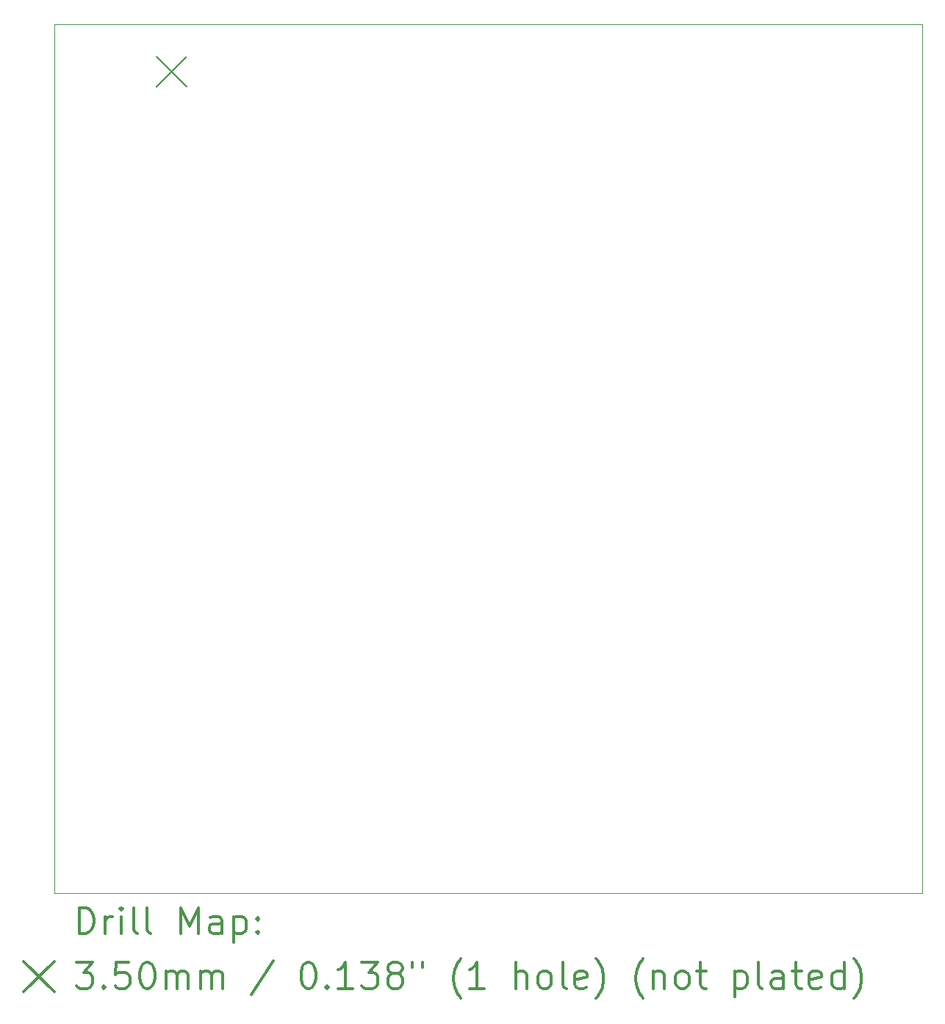
<source format=gbr>
%FSLAX45Y45*%
G04 Gerber Fmt 4.5, Leading zero omitted, Abs format (unit mm)*
G04 Created by KiCad (PCBNEW 5.1.8-5.1.8) date 2021-08-29 21:25:33*
%MOMM*%
%LPD*%
G01*
G04 APERTURE LIST*
%TA.AperFunction,Profile*%
%ADD10C,0.100000*%
%TD*%
%ADD11C,0.200000*%
%ADD12C,0.300000*%
G04 APERTURE END LIST*
D10*
X9000000Y-16000000D02*
X9000000Y-6000000D01*
X19000000Y-16000000D02*
X9000000Y-16000000D01*
X19000000Y-6000000D02*
X19000000Y-16000000D01*
X9000000Y-6000000D02*
X19000000Y-6000000D01*
D11*
X10174978Y-6364738D02*
X10524978Y-6714738D01*
X10524978Y-6364738D02*
X10174978Y-6714738D01*
D12*
X9281428Y-16470714D02*
X9281428Y-16170714D01*
X9352857Y-16170714D01*
X9395714Y-16185000D01*
X9424286Y-16213571D01*
X9438571Y-16242143D01*
X9452857Y-16299286D01*
X9452857Y-16342143D01*
X9438571Y-16399286D01*
X9424286Y-16427857D01*
X9395714Y-16456429D01*
X9352857Y-16470714D01*
X9281428Y-16470714D01*
X9581428Y-16470714D02*
X9581428Y-16270714D01*
X9581428Y-16327857D02*
X9595714Y-16299286D01*
X9610000Y-16285000D01*
X9638571Y-16270714D01*
X9667143Y-16270714D01*
X9767143Y-16470714D02*
X9767143Y-16270714D01*
X9767143Y-16170714D02*
X9752857Y-16185000D01*
X9767143Y-16199286D01*
X9781428Y-16185000D01*
X9767143Y-16170714D01*
X9767143Y-16199286D01*
X9952857Y-16470714D02*
X9924286Y-16456429D01*
X9910000Y-16427857D01*
X9910000Y-16170714D01*
X10110000Y-16470714D02*
X10081428Y-16456429D01*
X10067143Y-16427857D01*
X10067143Y-16170714D01*
X10452857Y-16470714D02*
X10452857Y-16170714D01*
X10552857Y-16385000D01*
X10652857Y-16170714D01*
X10652857Y-16470714D01*
X10924286Y-16470714D02*
X10924286Y-16313571D01*
X10910000Y-16285000D01*
X10881428Y-16270714D01*
X10824286Y-16270714D01*
X10795714Y-16285000D01*
X10924286Y-16456429D02*
X10895714Y-16470714D01*
X10824286Y-16470714D01*
X10795714Y-16456429D01*
X10781428Y-16427857D01*
X10781428Y-16399286D01*
X10795714Y-16370714D01*
X10824286Y-16356429D01*
X10895714Y-16356429D01*
X10924286Y-16342143D01*
X11067143Y-16270714D02*
X11067143Y-16570714D01*
X11067143Y-16285000D02*
X11095714Y-16270714D01*
X11152857Y-16270714D01*
X11181428Y-16285000D01*
X11195714Y-16299286D01*
X11210000Y-16327857D01*
X11210000Y-16413571D01*
X11195714Y-16442143D01*
X11181428Y-16456429D01*
X11152857Y-16470714D01*
X11095714Y-16470714D01*
X11067143Y-16456429D01*
X11338571Y-16442143D02*
X11352857Y-16456429D01*
X11338571Y-16470714D01*
X11324286Y-16456429D01*
X11338571Y-16442143D01*
X11338571Y-16470714D01*
X11338571Y-16285000D02*
X11352857Y-16299286D01*
X11338571Y-16313571D01*
X11324286Y-16299286D01*
X11338571Y-16285000D01*
X11338571Y-16313571D01*
X8645000Y-16790000D02*
X8995000Y-17140000D01*
X8995000Y-16790000D02*
X8645000Y-17140000D01*
X9252857Y-16800714D02*
X9438571Y-16800714D01*
X9338571Y-16915000D01*
X9381428Y-16915000D01*
X9410000Y-16929286D01*
X9424286Y-16943572D01*
X9438571Y-16972143D01*
X9438571Y-17043572D01*
X9424286Y-17072143D01*
X9410000Y-17086429D01*
X9381428Y-17100714D01*
X9295714Y-17100714D01*
X9267143Y-17086429D01*
X9252857Y-17072143D01*
X9567143Y-17072143D02*
X9581428Y-17086429D01*
X9567143Y-17100714D01*
X9552857Y-17086429D01*
X9567143Y-17072143D01*
X9567143Y-17100714D01*
X9852857Y-16800714D02*
X9710000Y-16800714D01*
X9695714Y-16943572D01*
X9710000Y-16929286D01*
X9738571Y-16915000D01*
X9810000Y-16915000D01*
X9838571Y-16929286D01*
X9852857Y-16943572D01*
X9867143Y-16972143D01*
X9867143Y-17043572D01*
X9852857Y-17072143D01*
X9838571Y-17086429D01*
X9810000Y-17100714D01*
X9738571Y-17100714D01*
X9710000Y-17086429D01*
X9695714Y-17072143D01*
X10052857Y-16800714D02*
X10081428Y-16800714D01*
X10110000Y-16815000D01*
X10124286Y-16829286D01*
X10138571Y-16857857D01*
X10152857Y-16915000D01*
X10152857Y-16986429D01*
X10138571Y-17043572D01*
X10124286Y-17072143D01*
X10110000Y-17086429D01*
X10081428Y-17100714D01*
X10052857Y-17100714D01*
X10024286Y-17086429D01*
X10010000Y-17072143D01*
X9995714Y-17043572D01*
X9981428Y-16986429D01*
X9981428Y-16915000D01*
X9995714Y-16857857D01*
X10010000Y-16829286D01*
X10024286Y-16815000D01*
X10052857Y-16800714D01*
X10281428Y-17100714D02*
X10281428Y-16900714D01*
X10281428Y-16929286D02*
X10295714Y-16915000D01*
X10324286Y-16900714D01*
X10367143Y-16900714D01*
X10395714Y-16915000D01*
X10410000Y-16943572D01*
X10410000Y-17100714D01*
X10410000Y-16943572D02*
X10424286Y-16915000D01*
X10452857Y-16900714D01*
X10495714Y-16900714D01*
X10524286Y-16915000D01*
X10538571Y-16943572D01*
X10538571Y-17100714D01*
X10681428Y-17100714D02*
X10681428Y-16900714D01*
X10681428Y-16929286D02*
X10695714Y-16915000D01*
X10724286Y-16900714D01*
X10767143Y-16900714D01*
X10795714Y-16915000D01*
X10810000Y-16943572D01*
X10810000Y-17100714D01*
X10810000Y-16943572D02*
X10824286Y-16915000D01*
X10852857Y-16900714D01*
X10895714Y-16900714D01*
X10924286Y-16915000D01*
X10938571Y-16943572D01*
X10938571Y-17100714D01*
X11524286Y-16786429D02*
X11267143Y-17172143D01*
X11910000Y-16800714D02*
X11938571Y-16800714D01*
X11967143Y-16815000D01*
X11981428Y-16829286D01*
X11995714Y-16857857D01*
X12010000Y-16915000D01*
X12010000Y-16986429D01*
X11995714Y-17043572D01*
X11981428Y-17072143D01*
X11967143Y-17086429D01*
X11938571Y-17100714D01*
X11910000Y-17100714D01*
X11881428Y-17086429D01*
X11867143Y-17072143D01*
X11852857Y-17043572D01*
X11838571Y-16986429D01*
X11838571Y-16915000D01*
X11852857Y-16857857D01*
X11867143Y-16829286D01*
X11881428Y-16815000D01*
X11910000Y-16800714D01*
X12138571Y-17072143D02*
X12152857Y-17086429D01*
X12138571Y-17100714D01*
X12124286Y-17086429D01*
X12138571Y-17072143D01*
X12138571Y-17100714D01*
X12438571Y-17100714D02*
X12267143Y-17100714D01*
X12352857Y-17100714D02*
X12352857Y-16800714D01*
X12324286Y-16843572D01*
X12295714Y-16872143D01*
X12267143Y-16886429D01*
X12538571Y-16800714D02*
X12724286Y-16800714D01*
X12624286Y-16915000D01*
X12667143Y-16915000D01*
X12695714Y-16929286D01*
X12710000Y-16943572D01*
X12724286Y-16972143D01*
X12724286Y-17043572D01*
X12710000Y-17072143D01*
X12695714Y-17086429D01*
X12667143Y-17100714D01*
X12581428Y-17100714D01*
X12552857Y-17086429D01*
X12538571Y-17072143D01*
X12895714Y-16929286D02*
X12867143Y-16915000D01*
X12852857Y-16900714D01*
X12838571Y-16872143D01*
X12838571Y-16857857D01*
X12852857Y-16829286D01*
X12867143Y-16815000D01*
X12895714Y-16800714D01*
X12952857Y-16800714D01*
X12981428Y-16815000D01*
X12995714Y-16829286D01*
X13010000Y-16857857D01*
X13010000Y-16872143D01*
X12995714Y-16900714D01*
X12981428Y-16915000D01*
X12952857Y-16929286D01*
X12895714Y-16929286D01*
X12867143Y-16943572D01*
X12852857Y-16957857D01*
X12838571Y-16986429D01*
X12838571Y-17043572D01*
X12852857Y-17072143D01*
X12867143Y-17086429D01*
X12895714Y-17100714D01*
X12952857Y-17100714D01*
X12981428Y-17086429D01*
X12995714Y-17072143D01*
X13010000Y-17043572D01*
X13010000Y-16986429D01*
X12995714Y-16957857D01*
X12981428Y-16943572D01*
X12952857Y-16929286D01*
X13124286Y-16800714D02*
X13124286Y-16857857D01*
X13238571Y-16800714D02*
X13238571Y-16857857D01*
X13681428Y-17215000D02*
X13667143Y-17200714D01*
X13638571Y-17157857D01*
X13624286Y-17129286D01*
X13610000Y-17086429D01*
X13595714Y-17015000D01*
X13595714Y-16957857D01*
X13610000Y-16886429D01*
X13624286Y-16843572D01*
X13638571Y-16815000D01*
X13667143Y-16772143D01*
X13681428Y-16757857D01*
X13952857Y-17100714D02*
X13781428Y-17100714D01*
X13867143Y-17100714D02*
X13867143Y-16800714D01*
X13838571Y-16843572D01*
X13810000Y-16872143D01*
X13781428Y-16886429D01*
X14310000Y-17100714D02*
X14310000Y-16800714D01*
X14438571Y-17100714D02*
X14438571Y-16943572D01*
X14424286Y-16915000D01*
X14395714Y-16900714D01*
X14352857Y-16900714D01*
X14324286Y-16915000D01*
X14310000Y-16929286D01*
X14624286Y-17100714D02*
X14595714Y-17086429D01*
X14581428Y-17072143D01*
X14567143Y-17043572D01*
X14567143Y-16957857D01*
X14581428Y-16929286D01*
X14595714Y-16915000D01*
X14624286Y-16900714D01*
X14667143Y-16900714D01*
X14695714Y-16915000D01*
X14710000Y-16929286D01*
X14724286Y-16957857D01*
X14724286Y-17043572D01*
X14710000Y-17072143D01*
X14695714Y-17086429D01*
X14667143Y-17100714D01*
X14624286Y-17100714D01*
X14895714Y-17100714D02*
X14867143Y-17086429D01*
X14852857Y-17057857D01*
X14852857Y-16800714D01*
X15124286Y-17086429D02*
X15095714Y-17100714D01*
X15038571Y-17100714D01*
X15010000Y-17086429D01*
X14995714Y-17057857D01*
X14995714Y-16943572D01*
X15010000Y-16915000D01*
X15038571Y-16900714D01*
X15095714Y-16900714D01*
X15124286Y-16915000D01*
X15138571Y-16943572D01*
X15138571Y-16972143D01*
X14995714Y-17000714D01*
X15238571Y-17215000D02*
X15252857Y-17200714D01*
X15281428Y-17157857D01*
X15295714Y-17129286D01*
X15310000Y-17086429D01*
X15324286Y-17015000D01*
X15324286Y-16957857D01*
X15310000Y-16886429D01*
X15295714Y-16843572D01*
X15281428Y-16815000D01*
X15252857Y-16772143D01*
X15238571Y-16757857D01*
X15781428Y-17215000D02*
X15767143Y-17200714D01*
X15738571Y-17157857D01*
X15724286Y-17129286D01*
X15710000Y-17086429D01*
X15695714Y-17015000D01*
X15695714Y-16957857D01*
X15710000Y-16886429D01*
X15724286Y-16843572D01*
X15738571Y-16815000D01*
X15767143Y-16772143D01*
X15781428Y-16757857D01*
X15895714Y-16900714D02*
X15895714Y-17100714D01*
X15895714Y-16929286D02*
X15910000Y-16915000D01*
X15938571Y-16900714D01*
X15981428Y-16900714D01*
X16010000Y-16915000D01*
X16024286Y-16943572D01*
X16024286Y-17100714D01*
X16210000Y-17100714D02*
X16181428Y-17086429D01*
X16167143Y-17072143D01*
X16152857Y-17043572D01*
X16152857Y-16957857D01*
X16167143Y-16929286D01*
X16181428Y-16915000D01*
X16210000Y-16900714D01*
X16252857Y-16900714D01*
X16281428Y-16915000D01*
X16295714Y-16929286D01*
X16310000Y-16957857D01*
X16310000Y-17043572D01*
X16295714Y-17072143D01*
X16281428Y-17086429D01*
X16252857Y-17100714D01*
X16210000Y-17100714D01*
X16395714Y-16900714D02*
X16510000Y-16900714D01*
X16438571Y-16800714D02*
X16438571Y-17057857D01*
X16452857Y-17086429D01*
X16481428Y-17100714D01*
X16510000Y-17100714D01*
X16838571Y-16900714D02*
X16838571Y-17200714D01*
X16838571Y-16915000D02*
X16867143Y-16900714D01*
X16924286Y-16900714D01*
X16952857Y-16915000D01*
X16967143Y-16929286D01*
X16981428Y-16957857D01*
X16981428Y-17043572D01*
X16967143Y-17072143D01*
X16952857Y-17086429D01*
X16924286Y-17100714D01*
X16867143Y-17100714D01*
X16838571Y-17086429D01*
X17152857Y-17100714D02*
X17124286Y-17086429D01*
X17110000Y-17057857D01*
X17110000Y-16800714D01*
X17395714Y-17100714D02*
X17395714Y-16943572D01*
X17381428Y-16915000D01*
X17352857Y-16900714D01*
X17295714Y-16900714D01*
X17267143Y-16915000D01*
X17395714Y-17086429D02*
X17367143Y-17100714D01*
X17295714Y-17100714D01*
X17267143Y-17086429D01*
X17252857Y-17057857D01*
X17252857Y-17029286D01*
X17267143Y-17000714D01*
X17295714Y-16986429D01*
X17367143Y-16986429D01*
X17395714Y-16972143D01*
X17495714Y-16900714D02*
X17610000Y-16900714D01*
X17538571Y-16800714D02*
X17538571Y-17057857D01*
X17552857Y-17086429D01*
X17581428Y-17100714D01*
X17610000Y-17100714D01*
X17824286Y-17086429D02*
X17795714Y-17100714D01*
X17738571Y-17100714D01*
X17710000Y-17086429D01*
X17695714Y-17057857D01*
X17695714Y-16943572D01*
X17710000Y-16915000D01*
X17738571Y-16900714D01*
X17795714Y-16900714D01*
X17824286Y-16915000D01*
X17838571Y-16943572D01*
X17838571Y-16972143D01*
X17695714Y-17000714D01*
X18095714Y-17100714D02*
X18095714Y-16800714D01*
X18095714Y-17086429D02*
X18067143Y-17100714D01*
X18010000Y-17100714D01*
X17981428Y-17086429D01*
X17967143Y-17072143D01*
X17952857Y-17043572D01*
X17952857Y-16957857D01*
X17967143Y-16929286D01*
X17981428Y-16915000D01*
X18010000Y-16900714D01*
X18067143Y-16900714D01*
X18095714Y-16915000D01*
X18210000Y-17215000D02*
X18224286Y-17200714D01*
X18252857Y-17157857D01*
X18267143Y-17129286D01*
X18281428Y-17086429D01*
X18295714Y-17015000D01*
X18295714Y-16957857D01*
X18281428Y-16886429D01*
X18267143Y-16843572D01*
X18252857Y-16815000D01*
X18224286Y-16772143D01*
X18210000Y-16757857D01*
M02*

</source>
